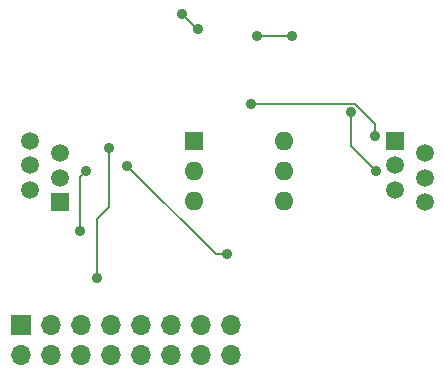
<source format=gbr>
%TF.GenerationSoftware,KiCad,Pcbnew,8.0.1*%
%TF.CreationDate,2024-06-07T19:57:48+02:00*%
%TF.ProjectId,needforheat-p1-base-hardware,6e656564-666f-4726-9865-61742d70312d,rev?*%
%TF.SameCoordinates,Original*%
%TF.FileFunction,Copper,L2,Bot*%
%TF.FilePolarity,Positive*%
%FSLAX46Y46*%
G04 Gerber Fmt 4.6, Leading zero omitted, Abs format (unit mm)*
G04 Created by KiCad (PCBNEW 8.0.1) date 2024-06-07 19:57:48*
%MOMM*%
%LPD*%
G01*
G04 APERTURE LIST*
%TA.AperFunction,ComponentPad*%
%ADD10R,1.520000X1.520000*%
%TD*%
%TA.AperFunction,ComponentPad*%
%ADD11C,1.520000*%
%TD*%
%TA.AperFunction,ComponentPad*%
%ADD12R,1.600000X1.600000*%
%TD*%
%TA.AperFunction,ComponentPad*%
%ADD13O,1.600000X1.600000*%
%TD*%
%TA.AperFunction,ComponentPad*%
%ADD14O,1.700000X1.700000*%
%TD*%
%TA.AperFunction,ComponentPad*%
%ADD15R,1.700000X1.700000*%
%TD*%
%TA.AperFunction,ViaPad*%
%ADD16C,0.900000*%
%TD*%
%TA.AperFunction,Conductor*%
%ADD17C,0.200000*%
%TD*%
G04 APERTURE END LIST*
D10*
%TO.P,J3,1*%
%TO.N,5V_METER*%
X87840000Y-69550000D03*
D11*
%TO.P,J3,2*%
%TO.N,EXT_DATA_REQ*%
X85300000Y-68530000D03*
%TO.P,J3,3*%
%TO.N,EXT_DATA_GND*%
X87840000Y-67510000D03*
%TO.P,J3,4*%
%TO.N,unconnected-(J3-Pad4)*%
X85300000Y-66490000D03*
%TO.P,J3,5*%
%TO.N,EXT_DATA*%
X87840000Y-65470000D03*
%TO.P,J3,6*%
%TO.N,GND*%
X85300000Y-64450000D03*
%TD*%
D10*
%TO.P,J2,1*%
%TO.N,5V_METER*%
X116160000Y-64450000D03*
D11*
%TO.P,J2,2*%
%TO.N,METER_DATA_REQ*%
X118700000Y-65470000D03*
%TO.P,J2,3*%
%TO.N,GND*%
X116160000Y-66490000D03*
%TO.P,J2,4*%
%TO.N,unconnected-(J2-Pad4)*%
X118700000Y-67510000D03*
%TO.P,J2,5*%
%TO.N,meter_DATAOUT*%
X116160000Y-68530000D03*
%TO.P,J2,6*%
%TO.N,GND*%
X118700000Y-69550000D03*
%TD*%
D12*
%TO.P,SW1,1*%
%TO.N,5V_METER*%
X99200000Y-64450000D03*
D13*
%TO.P,SW1,2*%
%TO.N,EXT_DATA_REQ*%
X99200000Y-66990000D03*
%TO.P,SW1,3*%
%TO.N,DATA_REQ*%
X99200000Y-69530000D03*
%TO.P,SW1,4*%
%TO.N,Net-(D3-A)*%
X106820000Y-69530000D03*
%TO.P,SW1,5*%
%TO.N,Net-(D2-A)*%
X106820000Y-66990000D03*
%TO.P,SW1,6*%
%TO.N,Net-(D1-A)*%
X106820000Y-64450000D03*
%TD*%
D14*
%TO.P,J1,3V3,Pin_14*%
%TO.N,+3.3V*%
X89580000Y-80000000D03*
%TO.P,J1,5VIN,Pin_2*%
%TO.N,unconnected-(J1-Pin_2-Pad5VIN)*%
X87040000Y-82540000D03*
%TO.P,J1,5VOUT,Pin_15*%
%TO.N,Net-(D4-A)*%
X87040000Y-80000000D03*
D15*
%TO.P,J1,BAT,Pin_16*%
%TO.N,unconnected-(J1-Pin_16-PadBAT)*%
X84500000Y-80000000D03*
D14*
%TO.P,J1,G13,Pin_4*%
%TO.N,Reader_IN*%
X92120000Y-82540000D03*
%TO.P,J1,G14,Pin_13*%
%TO.N,unconnected-(J1-Pin_13-PadG14)*%
X92120000Y-80000000D03*
%TO.P,J1,G18,Pin_6*%
%TO.N,unconnected-(J1-Pin_6-PadG18)*%
X97200000Y-82540000D03*
%TO.P,J1,G21,Pin_5*%
%TO.N,unconnected-(J1-Pin_5-PadG21)*%
X94660000Y-82540000D03*
%TO.P,J1,G22,Pin_12*%
%TO.N,unconnected-(J1-Pin_12-PadG22)*%
X94660000Y-80000000D03*
%TO.P,J1,G23,Pin_8*%
%TO.N,unconnected-(J1-Pin_8-PadG23)*%
X102280000Y-82540000D03*
%TO.P,J1,G25,Pin_9*%
%TO.N,unconnected-(J1-Pin_9-PadG25)*%
X102280000Y-80000000D03*
%TO.P,J1,G26,Pin_10*%
%TO.N,m5_DATA_REQ*%
X99740000Y-80000000D03*
%TO.P,J1,G34,Pin_7*%
%TO.N,unconnected-(J1-Pin_7-PadG34)*%
X99740000Y-82540000D03*
%TO.P,J1,G36,Pin_11*%
%TO.N,unconnected-(J1-Pin_11-PadG36)*%
X97200000Y-80000000D03*
%TO.P,J1,GND,Pin_1*%
%TO.N,GND*%
X84500000Y-82540000D03*
%TO.P,J1,RST,Pin_3*%
%TO.N,unconnected-(J1-Pin_3-PadRST)*%
X89580000Y-82540000D03*
%TD*%
D16*
%TO.N,VCC*%
X89500000Y-72000000D03*
X90000000Y-67000000D03*
%TO.N,meter_DATAOUT*%
X114565000Y-66935000D03*
X112500000Y-62000000D03*
%TO.N,+3.3V*%
X92000000Y-65000000D03*
X91000000Y-76000000D03*
%TO.N,Net-(Q1-E)*%
X102000000Y-74000000D03*
X93500000Y-66500000D03*
%TO.N,5V_METER*%
X104000000Y-61250000D03*
X114500000Y-64000000D03*
%TO.N,GND*%
X98132169Y-53632169D03*
X104500000Y-55500000D03*
X107500000Y-55500000D03*
X99500000Y-54950000D03*
%TD*%
D17*
%TO.N,GND*%
X99500000Y-54950000D02*
X99450000Y-54950000D01*
X99450000Y-54950000D02*
X98132169Y-53632169D01*
%TO.N,Net-(Q1-E)*%
X101000000Y-74000000D02*
X102000000Y-74000000D01*
X93500000Y-66500000D02*
X101000000Y-74000000D01*
%TO.N,VCC*%
X89500000Y-67500000D02*
X90000000Y-67000000D01*
X89500000Y-72000000D02*
X89500000Y-67500000D01*
%TO.N,+3.3V*%
X92000000Y-70000000D02*
X92000000Y-65000000D01*
X91000000Y-76000000D02*
X91000000Y-71000000D01*
X91000000Y-71000000D02*
X92000000Y-70000000D01*
%TO.N,meter_DATAOUT*%
X114565000Y-66935000D02*
X112500000Y-64870000D01*
X112500000Y-64870000D02*
X112500000Y-62000000D01*
%TO.N,GND*%
X104500000Y-55500000D02*
X107500000Y-55500000D01*
%TO.N,5V_METER*%
X104000000Y-61250000D02*
X112810661Y-61250000D01*
X114500000Y-62939339D02*
X114500000Y-64000000D01*
X112810661Y-61250000D02*
X114500000Y-62939339D01*
%TD*%
M02*

</source>
